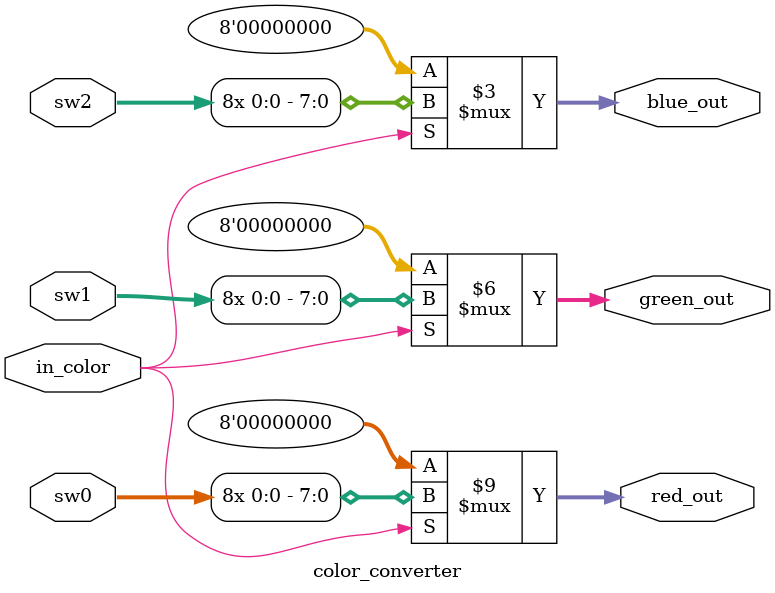
<source format=v>

module color_converter (
  input sw0, sw1, sw2,
  input in_color,
  output reg [7:0] red_out, green_out, blue_out
);

always @(*) 
begin
    if(in_color)
        begin
            red_out   <= {sw0, sw0, sw0, sw0, sw0, sw0, sw0, sw0};
            green_out <= {sw1, sw1, sw1, sw1, sw1, sw1, sw1, sw1};
            blue_out  <= {sw2, sw2, sw2, sw2, sw2, sw2, sw2, sw2};
        end
    else 
        begin
            red_out   <= 0;
            green_out <= 0;
            blue_out  <= 0;
        end
end

endmodule 
</source>
